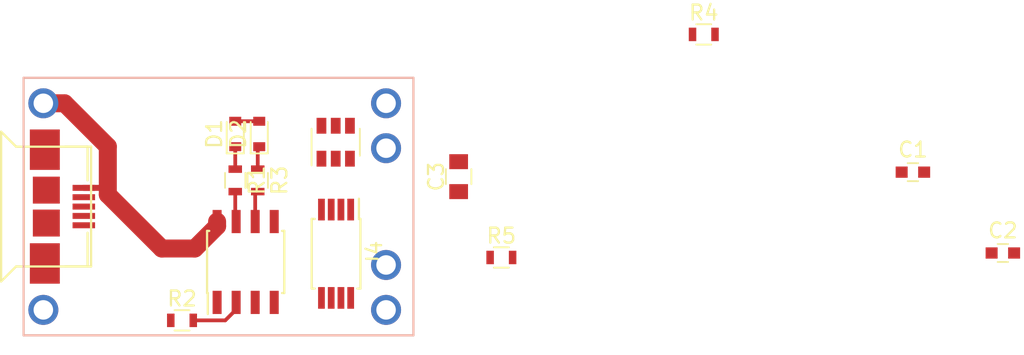
<source format=kicad_pcb>
(kicad_pcb (version 4) (host pcbnew 4.0.6)

  (general
    (links 37)
    (no_connects 37)
    (area 0 0 0 0)
    (thickness 1.6)
    (drawings 0)
    (tracks 20)
    (zones 0)
    (modules 15)
    (nets 15)
  )

  (page A4)
  (layers
    (0 F.Cu signal)
    (31 B.Cu signal)
    (32 B.Adhes user)
    (33 F.Adhes user)
    (34 B.Paste user)
    (35 F.Paste user)
    (36 B.SilkS user)
    (37 F.SilkS user)
    (38 B.Mask user)
    (39 F.Mask user)
    (40 Dwgs.User user)
    (41 Cmts.User user)
    (42 Eco1.User user)
    (43 Eco2.User user)
    (44 Edge.Cuts user)
    (45 Margin user)
    (46 B.CrtYd user)
    (47 F.CrtYd user)
    (48 B.Fab user)
    (49 F.Fab user)
  )

  (setup
    (last_trace_width 0.25)
    (user_trace_width 0.4)
    (user_trace_width 0.5)
    (user_trace_width 0.6)
    (user_trace_width 0.7)
    (user_trace_width 0.8)
    (user_trace_width 0.9)
    (user_trace_width 1)
    (user_trace_width 1.2)
    (trace_clearance 0.2)
    (zone_clearance 0.508)
    (zone_45_only no)
    (trace_min 0.2)
    (segment_width 0.2)
    (edge_width 0.15)
    (via_size 0.6)
    (via_drill 0.4)
    (via_min_size 0.4)
    (via_min_drill 0.3)
    (uvia_size 0.3)
    (uvia_drill 0.1)
    (uvias_allowed no)
    (uvia_min_size 0.2)
    (uvia_min_drill 0.1)
    (pcb_text_width 0.3)
    (pcb_text_size 1.5 1.5)
    (mod_edge_width 0.15)
    (mod_text_size 1 1)
    (mod_text_width 0.15)
    (pad_size 1.524 1.524)
    (pad_drill 0.762)
    (pad_to_mask_clearance 0.2)
    (aux_axis_origin 0 0)
    (visible_elements 7FFFFFFF)
    (pcbplotparams
      (layerselection 0x00030_80000001)
      (usegerberextensions false)
      (excludeedgelayer true)
      (linewidth 0.100000)
      (plotframeref false)
      (viasonmask false)
      (mode 1)
      (useauxorigin false)
      (hpglpennumber 1)
      (hpglpenspeed 20)
      (hpglpendiameter 15)
      (hpglpenoverlay 2)
      (psnegative false)
      (psa4output false)
      (plotreference true)
      (plotvalue true)
      (plotinvisibletext false)
      (padsonsilk false)
      (subtractmaskfromsilk false)
      (outputformat 1)
      (mirror false)
      (drillshape 1)
      (scaleselection 1)
      (outputdirectory ""))
  )

  (net 0 "")
  (net 1 +5V)
  (net 2 "Net-(C1-Pad2)")
  (net 3 VSS)
  (net 4 GND)
  (net 5 "Net-(C3-Pad1)")
  (net 6 BAT-)
  (net 7 "Net-(D1-Pad1)")
  (net 8 "Net-(D2-Pad1)")
  (net 9 "Net-(J2-Pad2)")
  (net 10 "Net-(J2-Pad6)")
  (net 11 "Net-(J2-Pad7)")
  (net 12 "Net-(J3-Pad1)")
  (net 13 "Net-(J3-Pad2)")
  (net 14 "Net-(J3-Pad3)")

  (net_class Default "This is the default net class."
    (clearance 0.2)
    (trace_width 0.25)
    (via_dia 0.6)
    (via_drill 0.4)
    (uvia_dia 0.3)
    (uvia_drill 0.1)
    (add_net +5V)
    (add_net BAT-)
    (add_net GND)
    (add_net "Net-(C1-Pad2)")
    (add_net "Net-(C3-Pad1)")
    (add_net "Net-(D1-Pad1)")
    (add_net "Net-(D2-Pad1)")
    (add_net "Net-(J2-Pad2)")
    (add_net "Net-(J2-Pad6)")
    (add_net "Net-(J2-Pad7)")
    (add_net "Net-(J3-Pad1)")
    (add_net "Net-(J3-Pad2)")
    (add_net "Net-(J3-Pad3)")
    (add_net VSS)
  )

  (module Capacitors_SMD:C_0805 (layer F.Cu) (tedit 58AA8463) (tstamp 59A217FC)
    (at 153.6 124 90)
    (descr "Capacitor SMD 0805, reflow soldering, AVX (see smccp.pdf)")
    (tags "capacitor 0805")
    (path /595C1381)
    (attr smd)
    (fp_text reference C3 (at 0 -1.5 90) (layer F.SilkS)
      (effects (font (size 1 1) (thickness 0.15)))
    )
    (fp_text value C (at 0 1.75 90) (layer F.Fab)
      (effects (font (size 1 1) (thickness 0.15)))
    )
    (fp_text user %R (at 0 -1.5 90) (layer F.Fab)
      (effects (font (size 1 1) (thickness 0.15)))
    )
    (fp_line (start -1 0.62) (end -1 -0.62) (layer F.Fab) (width 0.1))
    (fp_line (start 1 0.62) (end -1 0.62) (layer F.Fab) (width 0.1))
    (fp_line (start 1 -0.62) (end 1 0.62) (layer F.Fab) (width 0.1))
    (fp_line (start -1 -0.62) (end 1 -0.62) (layer F.Fab) (width 0.1))
    (fp_line (start 0.5 -0.85) (end -0.5 -0.85) (layer F.SilkS) (width 0.12))
    (fp_line (start -0.5 0.85) (end 0.5 0.85) (layer F.SilkS) (width 0.12))
    (fp_line (start -1.75 -0.88) (end 1.75 -0.88) (layer F.CrtYd) (width 0.05))
    (fp_line (start -1.75 -0.88) (end -1.75 0.87) (layer F.CrtYd) (width 0.05))
    (fp_line (start 1.75 0.87) (end 1.75 -0.88) (layer F.CrtYd) (width 0.05))
    (fp_line (start 1.75 0.87) (end -1.75 0.87) (layer F.CrtYd) (width 0.05))
    (pad 1 smd rect (at -1 0 90) (size 1 1.25) (layers F.Cu F.Paste F.Mask)
      (net 5 "Net-(C3-Pad1)"))
    (pad 2 smd rect (at 1 0 90) (size 1 1.25) (layers F.Cu F.Paste F.Mask)
      (net 6 BAT-))
    (model Capacitors_SMD.3dshapes/C_0805.wrl
      (at (xyz 0 0 0))
      (scale (xyz 1 1 1))
      (rotate (xyz 0 0 0))
    )
  )

  (module Housings_SOIC:SOIC-8_3.9x4.9mm_Pitch1.27mm (layer F.Cu) (tedit 59A31D96) (tstamp 59A21849)
    (at 139.395 129.7 90)
    (descr "8-Lead Plastic Small Outline (SN) - Narrow, 3.90 mm Body [SOIC] (see Microchip Packaging Specification 00000049BS.pdf)")
    (tags "SOIC 1.27")
    (path /595C1143)
    (attr smd)
    (fp_text reference J2 (at 0 -3.5 90) (layer F.SilkS) hide
      (effects (font (size 1 1) (thickness 0.15)))
    )
    (fp_text value CONN_02X04 (at 0 3.5 90) (layer F.Fab) hide
      (effects (font (size 1 1) (thickness 0.15)))
    )
    (fp_text user %R (at 0 0 90) (layer F.Fab) hide
      (effects (font (size 1 1) (thickness 0.15)))
    )
    (fp_line (start -0.95 -2.45) (end 1.95 -2.45) (layer F.Fab) (width 0.1))
    (fp_line (start 1.95 -2.45) (end 1.95 2.45) (layer F.Fab) (width 0.1))
    (fp_line (start 1.95 2.45) (end -1.95 2.45) (layer F.Fab) (width 0.1))
    (fp_line (start -1.95 2.45) (end -1.95 -1.45) (layer F.Fab) (width 0.1))
    (fp_line (start -1.95 -1.45) (end -0.95 -2.45) (layer F.Fab) (width 0.1))
    (fp_line (start -3.73 -2.7) (end -3.73 2.7) (layer F.CrtYd) (width 0.05))
    (fp_line (start 3.73 -2.7) (end 3.73 2.7) (layer F.CrtYd) (width 0.05))
    (fp_line (start -3.73 -2.7) (end 3.73 -2.7) (layer F.CrtYd) (width 0.05))
    (fp_line (start -3.73 2.7) (end 3.73 2.7) (layer F.CrtYd) (width 0.05))
    (fp_line (start -2.075 -2.575) (end -2.075 -2.525) (layer F.SilkS) (width 0.15))
    (fp_line (start 2.075 -2.575) (end 2.075 -2.43) (layer F.SilkS) (width 0.15))
    (fp_line (start 2.075 2.575) (end 2.075 2.43) (layer F.SilkS) (width 0.15))
    (fp_line (start -2.075 2.575) (end -2.075 2.43) (layer F.SilkS) (width 0.15))
    (fp_line (start -2.075 -2.575) (end 2.075 -2.575) (layer F.SilkS) (width 0.15))
    (fp_line (start -2.075 2.575) (end 2.075 2.575) (layer F.SilkS) (width 0.15))
    (fp_line (start -2.075 -2.525) (end -3.475 -2.525) (layer F.SilkS) (width 0.15))
    (pad 1 smd rect (at -2.7 -1.905 90) (size 1.55 0.6) (layers F.Cu F.Paste F.Mask)
      (net 2 "Net-(C1-Pad2)"))
    (pad 2 smd rect (at -2.7 -0.635 90) (size 1.55 0.6) (layers F.Cu F.Paste F.Mask)
      (net 9 "Net-(J2-Pad2)"))
    (pad 3 smd rect (at -2.7 0.635 90) (size 1.55 0.6) (layers F.Cu F.Paste F.Mask)
      (net 4 GND))
    (pad 4 smd rect (at -2.7 1.905 90) (size 1.55 0.6) (layers F.Cu F.Paste F.Mask)
      (net 1 +5V))
    (pad 5 smd rect (at 2.7 1.905 90) (size 1.55 0.6) (layers F.Cu F.Paste F.Mask)
      (net 3 VSS))
    (pad 6 smd rect (at 2.7 0.635 90) (size 1.55 0.6) (layers F.Cu F.Paste F.Mask)
      (net 10 "Net-(J2-Pad6)"))
    (pad 7 smd rect (at 2.7 -0.635 90) (size 1.55 0.6) (layers F.Cu F.Paste F.Mask)
      (net 11 "Net-(J2-Pad7)"))
    (pad 8 smd rect (at 2.7 -1.905 90) (size 1.55 0.6) (layers F.Cu F.Paste F.Mask)
      (net 1 +5V))
    (model ${KISYS3DMOD}/Housings_SOIC.3dshapes/SOIC-8_3.9x4.9mm_Pitch1.27mm.wrl
      (at (xyz 0 0 0))
      (scale (xyz 1 1 1))
      (rotate (xyz 0 0 0))
    )
  )

  (module TO_SOT_Packages_SMD:SOT-23-6 (layer F.Cu) (tedit 59A31DD8) (tstamp 59A2185F)
    (at 145.4 121.7 90)
    (descr "6-pin SOT-23 package")
    (tags SOT-23-6)
    (path /595C1252)
    (attr smd)
    (fp_text reference J3 (at 0 -2.9 90) (layer F.SilkS) hide
      (effects (font (size 1 1) (thickness 0.15)))
    )
    (fp_text value DW01 (at 0 2.9 90) (layer F.Fab)
      (effects (font (size 1 1) (thickness 0.15)))
    )
    (fp_text user %R (at 0 0 180) (layer F.Fab) hide
      (effects (font (size 0.5 0.5) (thickness 0.075)))
    )
    (fp_line (start -0.9 1.61) (end 0.9 1.61) (layer F.SilkS) (width 0.12))
    (fp_line (start 0.9 -1.61) (end -1.55 -1.61) (layer F.SilkS) (width 0.12))
    (fp_line (start 1.9 -1.8) (end -1.9 -1.8) (layer F.CrtYd) (width 0.05))
    (fp_line (start 1.9 1.8) (end 1.9 -1.8) (layer F.CrtYd) (width 0.05))
    (fp_line (start -1.9 1.8) (end 1.9 1.8) (layer F.CrtYd) (width 0.05))
    (fp_line (start -1.9 -1.8) (end -1.9 1.8) (layer F.CrtYd) (width 0.05))
    (fp_line (start -0.9 -0.9) (end -0.25 -1.55) (layer F.Fab) (width 0.1))
    (fp_line (start 0.9 -1.55) (end -0.25 -1.55) (layer F.Fab) (width 0.1))
    (fp_line (start -0.9 -0.9) (end -0.9 1.55) (layer F.Fab) (width 0.1))
    (fp_line (start 0.9 1.55) (end -0.9 1.55) (layer F.Fab) (width 0.1))
    (fp_line (start 0.9 -1.55) (end 0.9 1.55) (layer F.Fab) (width 0.1))
    (pad 1 smd rect (at -1.1 -0.95 90) (size 1.06 0.65) (layers F.Cu F.Paste F.Mask)
      (net 12 "Net-(J3-Pad1)"))
    (pad 2 smd rect (at -1.1 0 90) (size 1.06 0.65) (layers F.Cu F.Paste F.Mask)
      (net 13 "Net-(J3-Pad2)"))
    (pad 3 smd rect (at -1.1 0.95 90) (size 1.06 0.65) (layers F.Cu F.Paste F.Mask)
      (net 14 "Net-(J3-Pad3)"))
    (pad 4 smd rect (at 1.1 0.95 90) (size 1.06 0.65) (layers F.Cu F.Paste F.Mask))
    (pad 6 smd rect (at 1.1 -0.95 90) (size 1.06 0.65) (layers F.Cu F.Paste F.Mask)
      (net 6 BAT-))
    (pad 5 smd rect (at 1.1 0 90) (size 1.06 0.65) (layers F.Cu F.Paste F.Mask)
      (net 5 "Net-(C3-Pad1)"))
    (model ${KISYS3DMOD}/TO_SOT_Packages_SMD.3dshapes/SOT-23-6.wrl
      (at (xyz 0 0 0))
      (scale (xyz 1 1 1))
      (rotate (xyz 0 0 0))
    )
  )

  (module Housings_SSOP:TSSOP-8_4.4x3mm_Pitch0.65mm (layer F.Cu) (tedit 59A31DDB) (tstamp 59A2187C)
    (at 145.425 129.15 270)
    (descr "8-Lead Plastic Thin Shrink Small Outline (ST)-4.4 mm Body [TSSOP] (see Microchip Packaging Specification 00000049BS.pdf)")
    (tags "SSOP 0.65")
    (path /595C12AB)
    (attr smd)
    (fp_text reference J4 (at 0 -2.55 270) (layer F.SilkS)
      (effects (font (size 1 1) (thickness 0.15)))
    )
    (fp_text value 8205A (at 0 2.55 270) (layer F.Fab) hide
      (effects (font (size 1 1) (thickness 0.15)))
    )
    (fp_line (start -1.2 -1.5) (end 2.2 -1.5) (layer F.Fab) (width 0.15))
    (fp_line (start 2.2 -1.5) (end 2.2 1.5) (layer F.Fab) (width 0.15))
    (fp_line (start 2.2 1.5) (end -2.2 1.5) (layer F.Fab) (width 0.15))
    (fp_line (start -2.2 1.5) (end -2.2 -0.5) (layer F.Fab) (width 0.15))
    (fp_line (start -2.2 -0.5) (end -1.2 -1.5) (layer F.Fab) (width 0.15))
    (fp_line (start -3.95 -1.8) (end -3.95 1.8) (layer F.CrtYd) (width 0.05))
    (fp_line (start 3.95 -1.8) (end 3.95 1.8) (layer F.CrtYd) (width 0.05))
    (fp_line (start -3.95 -1.8) (end 3.95 -1.8) (layer F.CrtYd) (width 0.05))
    (fp_line (start -3.95 1.8) (end 3.95 1.8) (layer F.CrtYd) (width 0.05))
    (fp_line (start -2.325 -1.625) (end -2.325 -1.525) (layer F.SilkS) (width 0.15))
    (fp_line (start 2.325 -1.625) (end 2.325 -1.425) (layer F.SilkS) (width 0.15))
    (fp_line (start 2.325 1.625) (end 2.325 1.425) (layer F.SilkS) (width 0.15))
    (fp_line (start -2.325 1.625) (end -2.325 1.425) (layer F.SilkS) (width 0.15))
    (fp_line (start -2.325 -1.625) (end 2.325 -1.625) (layer F.SilkS) (width 0.15))
    (fp_line (start -2.325 1.625) (end 2.325 1.625) (layer F.SilkS) (width 0.15))
    (fp_line (start -2.325 -1.525) (end -3.675 -1.525) (layer F.SilkS) (width 0.15))
    (fp_text user %R (at 0 0 270) (layer F.Fab) hide
      (effects (font (size 0.7 0.7) (thickness 0.15)))
    )
    (pad 1 smd rect (at -2.95 -0.975 270) (size 1.45 0.45) (layers F.Cu F.Paste F.Mask))
    (pad 2 smd rect (at -2.95 -0.325 270) (size 1.45 0.45) (layers F.Cu F.Paste F.Mask)
      (net 6 BAT-))
    (pad 3 smd rect (at -2.95 0.325 270) (size 1.45 0.45) (layers F.Cu F.Paste F.Mask)
      (net 6 BAT-))
    (pad 4 smd rect (at -2.95 0.975 270) (size 1.45 0.45) (layers F.Cu F.Paste F.Mask)
      (net 12 "Net-(J3-Pad1)"))
    (pad 5 smd rect (at 2.95 0.975 270) (size 1.45 0.45) (layers F.Cu F.Paste F.Mask)
      (net 14 "Net-(J3-Pad3)"))
    (pad 6 smd rect (at 2.95 0.325 270) (size 1.45 0.45) (layers F.Cu F.Paste F.Mask)
      (net 4 GND))
    (pad 7 smd rect (at 2.95 -0.325 270) (size 1.45 0.45) (layers F.Cu F.Paste F.Mask)
      (net 4 GND))
    (pad 8 smd rect (at 2.95 -0.975 270) (size 1.45 0.45) (layers F.Cu F.Paste F.Mask))
    (model ${KISYS3DMOD}/Housings_SSOP.3dshapes/TSSOP-8_4.4x3mm_Pitch0.65mm.wrl
      (at (xyz 0 0 0))
      (scale (xyz 1 1 1))
      (rotate (xyz 0 0 0))
    )
  )

  (module footprints:MICROUSB_SIMPLE (layer F.Cu) (tedit 59A31DC9) (tstamp 59A31DB7)
    (at 128.6 126 90)
    (path /595C1203)
    (fp_text reference J1 (at -2.75 2 90) (layer F.SilkS) hide
      (effects (font (size 1 1) (thickness 0.15)))
    )
    (fp_text value USB_OTG (at -0.75 -5 90) (layer F.Fab) hide
      (effects (font (size 1 1) (thickness 0.15)))
    )
    (fp_line (start -4 -4) (end 4 -4) (layer F.SilkS) (width 0.15))
    (fp_line (start 4 0.25) (end 4 -1.25) (layer F.SilkS) (width 0.15))
    (fp_line (start 1.75 0.25) (end 4 0.25) (layer F.SilkS) (width 0.15))
    (fp_line (start -4 -1.25) (end -4 0.25) (layer F.SilkS) (width 0.15))
    (fp_line (start -1.75 0.25) (end -4 0.25) (layer F.SilkS) (width 0.15))
    (pad 1 smd rect (at 1.25 0 90) (size 0.4 1.5) (layers F.Cu F.Paste F.Mask)
      (net 1 +5V))
    (pad 2 smd rect (at 0.625 0 90) (size 0.4 1.5) (layers F.Cu F.Paste F.Mask))
    (pad 3 smd rect (at 0 0 90) (size 0.4 1.5) (layers F.Cu F.Paste F.Mask))
    (pad 4 smd rect (at -0.625 0 90) (size 0.4 1.5) (layers F.Cu F.Paste F.Mask))
    (pad 5 smd rect (at -1.25 0 90) (size 0.4 1.5) (layers F.Cu F.Paste F.Mask)
      (net 4 GND))
    (pad 6 smd rect (at -1.1 -2.5 90) (size 1.8 1.8) (layers F.Cu F.Paste F.Mask)
      (net 4 GND))
    (pad 6 smd rect (at 1.1 -2.5 90) (size 1.8 1.8) (layers F.Cu F.Paste F.Mask)
      (net 4 GND))
    (pad 6 smd rect (at 3.8 -2.6 90) (size 2.7 2) (layers F.Cu F.Paste F.Mask)
      (net 4 GND))
    (pad 6 smd rect (at -3.8 -2.6 90) (size 2.7 2) (layers F.Cu F.Paste F.Mask)
      (net 4 GND))
    (pad "" np_thru_hole circle (at 2 -0.6 90) (size 0.6 0.6) (drill 0.6) (layers *.Cu *.Mask))
    (pad "" np_thru_hole circle (at -2 -0.6 90) (size 0.6 0.6) (drill 0.6) (layers *.Cu *.Mask))
  )

  (module tp4056_usb_board:TP4056_BREAKOUT (layer F.Cu) (tedit 59A31DCE) (tstamp 59A31DC1)
    (at 137.584 126)
    (path /595C2C43)
    (fp_text reference U1 (at -11.176 9.652) (layer F.SilkS) hide
      (effects (font (size 1 1) (thickness 0.15)))
    )
    (fp_text value TP4056_BREAKOUT (at -6.604 -9.652) (layer F.Fab) hide
      (effects (font (size 1 1) (thickness 0.15)))
    )
    (fp_line (start -13.5 -4) (end -13 -4) (layer F.SilkS) (width 0.15))
    (fp_line (start -14.5 -5) (end -13.5 -4) (layer F.SilkS) (width 0.15))
    (fp_line (start -14.5 5) (end -14.5 -5) (layer F.SilkS) (width 0.15))
    (fp_line (start -13.5 4) (end -14.5 5) (layer F.SilkS) (width 0.15))
    (fp_line (start -13 4) (end -13.5 4) (layer F.SilkS) (width 0.15))
    (fp_line (start -8.5 4) (end -13 4) (layer F.SilkS) (width 0.15))
    (fp_line (start -8.5 -4) (end -8.5 4) (layer F.SilkS) (width 0.15))
    (fp_line (start -13 -4) (end -8.5 -4) (layer F.SilkS) (width 0.15))
    (fp_line (start -13 -8.6) (end 13 -8.6) (layer B.SilkS) (width 0.15))
    (fp_line (start -13 8.6) (end -13 -8.6) (layer B.SilkS) (width 0.15))
    (fp_line (start 13 8.6) (end -13 8.6) (layer B.SilkS) (width 0.15))
    (fp_line (start 13 -8.6) (end 13 8.6) (layer B.SilkS) (width 0.15))
    (pad 1 thru_hole oval (at -11.684 -6.9) (size 2 2) (drill 1.3) (layers *.Cu *.Mask)
      (net 1 +5V))
    (pad 2 thru_hole oval (at -11.684 6.9) (size 2 2) (drill 1.3) (layers *.Cu *.Mask)
      (net 4 GND))
    (pad 3 thru_hole oval (at 11.176 -6.9) (size 2 2) (drill 1.3) (layers *.Cu *.Mask)
      (net 3 VSS))
    (pad 4 thru_hole oval (at 11.176 -3.9) (size 2 2) (drill 1.3) (layers *.Cu *.Mask)
      (net 3 VSS))
    (pad 5 thru_hole oval (at 11.176 3.9) (size 2 2) (drill 1.3) (layers *.Cu *.Mask)
      (net 6 BAT-))
    (pad 6 thru_hole oval (at 11.176 6.9) (size 2 2) (drill 1.3) (layers *.Cu *.Mask)
      (net 4 GND))
  )

  (module Capacitors_SMD:C_0603 (layer F.Cu) (tedit 59958EE7) (tstamp 59A320BE)
    (at 183.9 123.7)
    (descr "Capacitor SMD 0603, reflow soldering, AVX (see smccp.pdf)")
    (tags "capacitor 0603")
    (path /595C1981)
    (attr smd)
    (fp_text reference C1 (at 0 -1.5) (layer F.SilkS)
      (effects (font (size 1 1) (thickness 0.15)))
    )
    (fp_text value C (at 0 1.5) (layer F.Fab)
      (effects (font (size 1 1) (thickness 0.15)))
    )
    (fp_line (start 1.4 0.65) (end -1.4 0.65) (layer F.CrtYd) (width 0.05))
    (fp_line (start 1.4 0.65) (end 1.4 -0.65) (layer F.CrtYd) (width 0.05))
    (fp_line (start -1.4 -0.65) (end -1.4 0.65) (layer F.CrtYd) (width 0.05))
    (fp_line (start -1.4 -0.65) (end 1.4 -0.65) (layer F.CrtYd) (width 0.05))
    (fp_line (start 0.35 0.6) (end -0.35 0.6) (layer F.SilkS) (width 0.12))
    (fp_line (start -0.35 -0.6) (end 0.35 -0.6) (layer F.SilkS) (width 0.12))
    (fp_line (start -0.8 -0.4) (end 0.8 -0.4) (layer F.Fab) (width 0.1))
    (fp_line (start 0.8 -0.4) (end 0.8 0.4) (layer F.Fab) (width 0.1))
    (fp_line (start 0.8 0.4) (end -0.8 0.4) (layer F.Fab) (width 0.1))
    (fp_line (start -0.8 0.4) (end -0.8 -0.4) (layer F.Fab) (width 0.1))
    (fp_text user %R (at 0 0) (layer F.Fab)
      (effects (font (size 0.3 0.3) (thickness 0.075)))
    )
    (pad 2 smd rect (at 0.75 0) (size 0.8 0.75) (layers F.Cu F.Paste F.Mask)
      (net 2 "Net-(C1-Pad2)"))
    (pad 1 smd rect (at -0.75 0) (size 0.8 0.75) (layers F.Cu F.Paste F.Mask)
      (net 1 +5V))
    (model Capacitors_SMD.3dshapes/C_0603.wrl
      (at (xyz 0 0 0))
      (scale (xyz 1 1 1))
      (rotate (xyz 0 0 0))
    )
  )

  (module Capacitors_SMD:C_0603 (layer F.Cu) (tedit 59958EE7) (tstamp 59A320C3)
    (at 189.9 129.1)
    (descr "Capacitor SMD 0603, reflow soldering, AVX (see smccp.pdf)")
    (tags "capacitor 0603")
    (path /595C11CE)
    (attr smd)
    (fp_text reference C2 (at 0 -1.5) (layer F.SilkS)
      (effects (font (size 1 1) (thickness 0.15)))
    )
    (fp_text value C (at 0 1.5) (layer F.Fab)
      (effects (font (size 1 1) (thickness 0.15)))
    )
    (fp_line (start 1.4 0.65) (end -1.4 0.65) (layer F.CrtYd) (width 0.05))
    (fp_line (start 1.4 0.65) (end 1.4 -0.65) (layer F.CrtYd) (width 0.05))
    (fp_line (start -1.4 -0.65) (end -1.4 0.65) (layer F.CrtYd) (width 0.05))
    (fp_line (start -1.4 -0.65) (end 1.4 -0.65) (layer F.CrtYd) (width 0.05))
    (fp_line (start 0.35 0.6) (end -0.35 0.6) (layer F.SilkS) (width 0.12))
    (fp_line (start -0.35 -0.6) (end 0.35 -0.6) (layer F.SilkS) (width 0.12))
    (fp_line (start -0.8 -0.4) (end 0.8 -0.4) (layer F.Fab) (width 0.1))
    (fp_line (start 0.8 -0.4) (end 0.8 0.4) (layer F.Fab) (width 0.1))
    (fp_line (start 0.8 0.4) (end -0.8 0.4) (layer F.Fab) (width 0.1))
    (fp_line (start -0.8 0.4) (end -0.8 -0.4) (layer F.Fab) (width 0.1))
    (fp_text user %R (at 0 0) (layer F.Fab)
      (effects (font (size 0.3 0.3) (thickness 0.075)))
    )
    (pad 2 smd rect (at 0.75 0) (size 0.8 0.75) (layers F.Cu F.Paste F.Mask)
      (net 4 GND))
    (pad 1 smd rect (at -0.75 0) (size 0.8 0.75) (layers F.Cu F.Paste F.Mask)
      (net 3 VSS))
    (model Capacitors_SMD.3dshapes/C_0603.wrl
      (at (xyz 0 0 0))
      (scale (xyz 1 1 1))
      (rotate (xyz 0 0 0))
    )
  )

  (module Diodes_SMD:D_0603 (layer F.Cu) (tedit 590CE922) (tstamp 59A320C8)
    (at 138.7 121.15 90)
    (descr "Diode SMD in 0603 package http://datasheets.avx.com/schottky.pdf")
    (tags "smd diode")
    (path /595C14A9)
    (attr smd)
    (fp_text reference D1 (at 0 -1.4 90) (layer F.SilkS)
      (effects (font (size 1 1) (thickness 0.15)))
    )
    (fp_text value LED (at 0 1.4 90) (layer F.Fab)
      (effects (font (size 1 1) (thickness 0.15)))
    )
    (fp_text user %R (at 0 -1.4 90) (layer F.Fab)
      (effects (font (size 1 1) (thickness 0.15)))
    )
    (fp_line (start -1.3 -0.57) (end -1.3 0.57) (layer F.SilkS) (width 0.12))
    (fp_line (start 1.4 0.67) (end 1.4 -0.67) (layer F.CrtYd) (width 0.05))
    (fp_line (start -1.4 0.67) (end 1.4 0.67) (layer F.CrtYd) (width 0.05))
    (fp_line (start -1.4 -0.67) (end -1.4 0.67) (layer F.CrtYd) (width 0.05))
    (fp_line (start 1.4 -0.67) (end -1.4 -0.67) (layer F.CrtYd) (width 0.05))
    (fp_line (start 0.2 0) (end 0.4 0) (layer F.Fab) (width 0.1))
    (fp_line (start -0.1 0) (end -0.3 0) (layer F.Fab) (width 0.1))
    (fp_line (start -0.1 -0.2) (end -0.1 0.2) (layer F.Fab) (width 0.1))
    (fp_line (start 0.2 0.2) (end 0.2 -0.2) (layer F.Fab) (width 0.1))
    (fp_line (start -0.1 0) (end 0.2 0.2) (layer F.Fab) (width 0.1))
    (fp_line (start 0.2 -0.2) (end -0.1 0) (layer F.Fab) (width 0.1))
    (fp_line (start -0.8 0.45) (end -0.8 -0.45) (layer F.Fab) (width 0.1))
    (fp_line (start 0.8 0.45) (end -0.8 0.45) (layer F.Fab) (width 0.1))
    (fp_line (start 0.8 -0.45) (end 0.8 0.45) (layer F.Fab) (width 0.1))
    (fp_line (start -0.8 -0.45) (end 0.8 -0.45) (layer F.Fab) (width 0.1))
    (fp_line (start -1.3 0.57) (end 0.8 0.57) (layer F.SilkS) (width 0.12))
    (fp_line (start -1.3 -0.57) (end 0.8 -0.57) (layer F.SilkS) (width 0.12))
    (pad 1 smd rect (at -0.85 0 90) (size 0.6 0.8) (layers F.Cu F.Paste F.Mask)
      (net 7 "Net-(D1-Pad1)"))
    (pad 2 smd rect (at 0.85 0 90) (size 0.6 0.8) (layers F.Cu F.Paste F.Mask)
      (net 1 +5V))
    (model ${KISYS3DMOD}/Diodes_SMD.3dshapes/D_0603.wrl
      (at (xyz 0 0 0))
      (scale (xyz 1 1 1))
      (rotate (xyz 0 0 0))
    )
  )

  (module Diodes_SMD:D_0603 (layer F.Cu) (tedit 590CE922) (tstamp 59A320CD)
    (at 140.3 121.15 90)
    (descr "Diode SMD in 0603 package http://datasheets.avx.com/schottky.pdf")
    (tags "smd diode")
    (path /595C13F7)
    (attr smd)
    (fp_text reference D2 (at 0 -1.4 90) (layer F.SilkS)
      (effects (font (size 1 1) (thickness 0.15)))
    )
    (fp_text value LED (at 0 1.4 90) (layer F.Fab)
      (effects (font (size 1 1) (thickness 0.15)))
    )
    (fp_text user %R (at 0 -1.4 90) (layer F.Fab)
      (effects (font (size 1 1) (thickness 0.15)))
    )
    (fp_line (start -1.3 -0.57) (end -1.3 0.57) (layer F.SilkS) (width 0.12))
    (fp_line (start 1.4 0.67) (end 1.4 -0.67) (layer F.CrtYd) (width 0.05))
    (fp_line (start -1.4 0.67) (end 1.4 0.67) (layer F.CrtYd) (width 0.05))
    (fp_line (start -1.4 -0.67) (end -1.4 0.67) (layer F.CrtYd) (width 0.05))
    (fp_line (start 1.4 -0.67) (end -1.4 -0.67) (layer F.CrtYd) (width 0.05))
    (fp_line (start 0.2 0) (end 0.4 0) (layer F.Fab) (width 0.1))
    (fp_line (start -0.1 0) (end -0.3 0) (layer F.Fab) (width 0.1))
    (fp_line (start -0.1 -0.2) (end -0.1 0.2) (layer F.Fab) (width 0.1))
    (fp_line (start 0.2 0.2) (end 0.2 -0.2) (layer F.Fab) (width 0.1))
    (fp_line (start -0.1 0) (end 0.2 0.2) (layer F.Fab) (width 0.1))
    (fp_line (start 0.2 -0.2) (end -0.1 0) (layer F.Fab) (width 0.1))
    (fp_line (start -0.8 0.45) (end -0.8 -0.45) (layer F.Fab) (width 0.1))
    (fp_line (start 0.8 0.45) (end -0.8 0.45) (layer F.Fab) (width 0.1))
    (fp_line (start 0.8 -0.45) (end 0.8 0.45) (layer F.Fab) (width 0.1))
    (fp_line (start -0.8 -0.45) (end 0.8 -0.45) (layer F.Fab) (width 0.1))
    (fp_line (start -1.3 0.57) (end 0.8 0.57) (layer F.SilkS) (width 0.12))
    (fp_line (start -1.3 -0.57) (end 0.8 -0.57) (layer F.SilkS) (width 0.12))
    (pad 1 smd rect (at -0.85 0 90) (size 0.6 0.8) (layers F.Cu F.Paste F.Mask)
      (net 8 "Net-(D2-Pad1)"))
    (pad 2 smd rect (at 0.85 0 90) (size 0.6 0.8) (layers F.Cu F.Paste F.Mask)
      (net 1 +5V))
    (model ${KISYS3DMOD}/Diodes_SMD.3dshapes/D_0603.wrl
      (at (xyz 0 0 0))
      (scale (xyz 1 1 1))
      (rotate (xyz 0 0 0))
    )
  )

  (module Resistors_SMD:R_0603 (layer F.Cu) (tedit 58E0A804) (tstamp 59A320D2)
    (at 138.7 124.25 270)
    (descr "Resistor SMD 0603, reflow soldering, Vishay (see dcrcw.pdf)")
    (tags "resistor 0603")
    (path /595C14ED)
    (attr smd)
    (fp_text reference R1 (at 0 -1.45 270) (layer F.SilkS)
      (effects (font (size 1 1) (thickness 0.15)))
    )
    (fp_text value R (at 0 1.5 270) (layer F.Fab)
      (effects (font (size 1 1) (thickness 0.15)))
    )
    (fp_text user %R (at 0 0 270) (layer F.Fab)
      (effects (font (size 0.4 0.4) (thickness 0.075)))
    )
    (fp_line (start -0.8 0.4) (end -0.8 -0.4) (layer F.Fab) (width 0.1))
    (fp_line (start 0.8 0.4) (end -0.8 0.4) (layer F.Fab) (width 0.1))
    (fp_line (start 0.8 -0.4) (end 0.8 0.4) (layer F.Fab) (width 0.1))
    (fp_line (start -0.8 -0.4) (end 0.8 -0.4) (layer F.Fab) (width 0.1))
    (fp_line (start 0.5 0.68) (end -0.5 0.68) (layer F.SilkS) (width 0.12))
    (fp_line (start -0.5 -0.68) (end 0.5 -0.68) (layer F.SilkS) (width 0.12))
    (fp_line (start -1.25 -0.7) (end 1.25 -0.7) (layer F.CrtYd) (width 0.05))
    (fp_line (start -1.25 -0.7) (end -1.25 0.7) (layer F.CrtYd) (width 0.05))
    (fp_line (start 1.25 0.7) (end 1.25 -0.7) (layer F.CrtYd) (width 0.05))
    (fp_line (start 1.25 0.7) (end -1.25 0.7) (layer F.CrtYd) (width 0.05))
    (pad 1 smd rect (at -0.75 0 270) (size 0.5 0.9) (layers F.Cu F.Paste F.Mask)
      (net 7 "Net-(D1-Pad1)"))
    (pad 2 smd rect (at 0.75 0 270) (size 0.5 0.9) (layers F.Cu F.Paste F.Mask)
      (net 11 "Net-(J2-Pad7)"))
    (model ${KISYS3DMOD}/Resistors_SMD.3dshapes/R_0603.wrl
      (at (xyz 0 0 0))
      (scale (xyz 1 1 1))
      (rotate (xyz 0 0 0))
    )
  )

  (module Resistors_SMD:R_0603 (layer F.Cu) (tedit 58E0A804) (tstamp 59A320D7)
    (at 135.15 133.6)
    (descr "Resistor SMD 0603, reflow soldering, Vishay (see dcrcw.pdf)")
    (tags "resistor 0603")
    (path /595C19ED)
    (attr smd)
    (fp_text reference R2 (at 0 -1.45) (layer F.SilkS)
      (effects (font (size 1 1) (thickness 0.15)))
    )
    (fp_text value R (at 0 1.5) (layer F.Fab)
      (effects (font (size 1 1) (thickness 0.15)))
    )
    (fp_text user %R (at 0 0) (layer F.Fab)
      (effects (font (size 0.4 0.4) (thickness 0.075)))
    )
    (fp_line (start -0.8 0.4) (end -0.8 -0.4) (layer F.Fab) (width 0.1))
    (fp_line (start 0.8 0.4) (end -0.8 0.4) (layer F.Fab) (width 0.1))
    (fp_line (start 0.8 -0.4) (end 0.8 0.4) (layer F.Fab) (width 0.1))
    (fp_line (start -0.8 -0.4) (end 0.8 -0.4) (layer F.Fab) (width 0.1))
    (fp_line (start 0.5 0.68) (end -0.5 0.68) (layer F.SilkS) (width 0.12))
    (fp_line (start -0.5 -0.68) (end 0.5 -0.68) (layer F.SilkS) (width 0.12))
    (fp_line (start -1.25 -0.7) (end 1.25 -0.7) (layer F.CrtYd) (width 0.05))
    (fp_line (start -1.25 -0.7) (end -1.25 0.7) (layer F.CrtYd) (width 0.05))
    (fp_line (start 1.25 0.7) (end 1.25 -0.7) (layer F.CrtYd) (width 0.05))
    (fp_line (start 1.25 0.7) (end -1.25 0.7) (layer F.CrtYd) (width 0.05))
    (pad 1 smd rect (at -0.75 0) (size 0.5 0.9) (layers F.Cu F.Paste F.Mask)
      (net 4 GND))
    (pad 2 smd rect (at 0.75 0) (size 0.5 0.9) (layers F.Cu F.Paste F.Mask)
      (net 9 "Net-(J2-Pad2)"))
    (model ${KISYS3DMOD}/Resistors_SMD.3dshapes/R_0603.wrl
      (at (xyz 0 0 0))
      (scale (xyz 1 1 1))
      (rotate (xyz 0 0 0))
    )
  )

  (module Resistors_SMD:R_0603 (layer F.Cu) (tedit 58E0A804) (tstamp 59A320DC)
    (at 140.2 124.25 270)
    (descr "Resistor SMD 0603, reflow soldering, Vishay (see dcrcw.pdf)")
    (tags "resistor 0603")
    (path /595C1456)
    (attr smd)
    (fp_text reference R3 (at 0 -1.45 270) (layer F.SilkS)
      (effects (font (size 1 1) (thickness 0.15)))
    )
    (fp_text value R (at 0 1.5 270) (layer F.Fab)
      (effects (font (size 1 1) (thickness 0.15)))
    )
    (fp_text user %R (at 0 0 270) (layer F.Fab)
      (effects (font (size 0.4 0.4) (thickness 0.075)))
    )
    (fp_line (start -0.8 0.4) (end -0.8 -0.4) (layer F.Fab) (width 0.1))
    (fp_line (start 0.8 0.4) (end -0.8 0.4) (layer F.Fab) (width 0.1))
    (fp_line (start 0.8 -0.4) (end 0.8 0.4) (layer F.Fab) (width 0.1))
    (fp_line (start -0.8 -0.4) (end 0.8 -0.4) (layer F.Fab) (width 0.1))
    (fp_line (start 0.5 0.68) (end -0.5 0.68) (layer F.SilkS) (width 0.12))
    (fp_line (start -0.5 -0.68) (end 0.5 -0.68) (layer F.SilkS) (width 0.12))
    (fp_line (start -1.25 -0.7) (end 1.25 -0.7) (layer F.CrtYd) (width 0.05))
    (fp_line (start -1.25 -0.7) (end -1.25 0.7) (layer F.CrtYd) (width 0.05))
    (fp_line (start 1.25 0.7) (end 1.25 -0.7) (layer F.CrtYd) (width 0.05))
    (fp_line (start 1.25 0.7) (end -1.25 0.7) (layer F.CrtYd) (width 0.05))
    (pad 1 smd rect (at -0.75 0 270) (size 0.5 0.9) (layers F.Cu F.Paste F.Mask)
      (net 8 "Net-(D2-Pad1)"))
    (pad 2 smd rect (at 0.75 0 270) (size 0.5 0.9) (layers F.Cu F.Paste F.Mask)
      (net 10 "Net-(J2-Pad6)"))
    (model ${KISYS3DMOD}/Resistors_SMD.3dshapes/R_0603.wrl
      (at (xyz 0 0 0))
      (scale (xyz 1 1 1))
      (rotate (xyz 0 0 0))
    )
  )

  (module Resistors_SMD:R_0603 (layer F.Cu) (tedit 58E0A804) (tstamp 59A320E1)
    (at 169.95 114.5)
    (descr "Resistor SMD 0603, reflow soldering, Vishay (see dcrcw.pdf)")
    (tags "resistor 0603")
    (path /595C1347)
    (attr smd)
    (fp_text reference R4 (at 0 -1.45) (layer F.SilkS)
      (effects (font (size 1 1) (thickness 0.15)))
    )
    (fp_text value R (at 0 1.5) (layer F.Fab)
      (effects (font (size 1 1) (thickness 0.15)))
    )
    (fp_text user %R (at 0 0) (layer F.Fab)
      (effects (font (size 0.4 0.4) (thickness 0.075)))
    )
    (fp_line (start -0.8 0.4) (end -0.8 -0.4) (layer F.Fab) (width 0.1))
    (fp_line (start 0.8 0.4) (end -0.8 0.4) (layer F.Fab) (width 0.1))
    (fp_line (start 0.8 -0.4) (end 0.8 0.4) (layer F.Fab) (width 0.1))
    (fp_line (start -0.8 -0.4) (end 0.8 -0.4) (layer F.Fab) (width 0.1))
    (fp_line (start 0.5 0.68) (end -0.5 0.68) (layer F.SilkS) (width 0.12))
    (fp_line (start -0.5 -0.68) (end 0.5 -0.68) (layer F.SilkS) (width 0.12))
    (fp_line (start -1.25 -0.7) (end 1.25 -0.7) (layer F.CrtYd) (width 0.05))
    (fp_line (start -1.25 -0.7) (end -1.25 0.7) (layer F.CrtYd) (width 0.05))
    (fp_line (start 1.25 0.7) (end 1.25 -0.7) (layer F.CrtYd) (width 0.05))
    (fp_line (start 1.25 0.7) (end -1.25 0.7) (layer F.CrtYd) (width 0.05))
    (pad 1 smd rect (at -0.75 0) (size 0.5 0.9) (layers F.Cu F.Paste F.Mask)
      (net 3 VSS))
    (pad 2 smd rect (at 0.75 0) (size 0.5 0.9) (layers F.Cu F.Paste F.Mask)
      (net 5 "Net-(C3-Pad1)"))
    (model ${KISYS3DMOD}/Resistors_SMD.3dshapes/R_0603.wrl
      (at (xyz 0 0 0))
      (scale (xyz 1 1 1))
      (rotate (xyz 0 0 0))
    )
  )

  (module Resistors_SMD:R_0603 (layer F.Cu) (tedit 58E0A804) (tstamp 59A320E6)
    (at 156.45 129.4)
    (descr "Resistor SMD 0603, reflow soldering, Vishay (see dcrcw.pdf)")
    (tags "resistor 0603")
    (path /595C12FA)
    (attr smd)
    (fp_text reference R5 (at 0 -1.45) (layer F.SilkS)
      (effects (font (size 1 1) (thickness 0.15)))
    )
    (fp_text value R (at 0 1.5) (layer F.Fab)
      (effects (font (size 1 1) (thickness 0.15)))
    )
    (fp_text user %R (at 0 0) (layer F.Fab)
      (effects (font (size 0.4 0.4) (thickness 0.075)))
    )
    (fp_line (start -0.8 0.4) (end -0.8 -0.4) (layer F.Fab) (width 0.1))
    (fp_line (start 0.8 0.4) (end -0.8 0.4) (layer F.Fab) (width 0.1))
    (fp_line (start 0.8 -0.4) (end 0.8 0.4) (layer F.Fab) (width 0.1))
    (fp_line (start -0.8 -0.4) (end 0.8 -0.4) (layer F.Fab) (width 0.1))
    (fp_line (start 0.5 0.68) (end -0.5 0.68) (layer F.SilkS) (width 0.12))
    (fp_line (start -0.5 -0.68) (end 0.5 -0.68) (layer F.SilkS) (width 0.12))
    (fp_line (start -1.25 -0.7) (end 1.25 -0.7) (layer F.CrtYd) (width 0.05))
    (fp_line (start -1.25 -0.7) (end -1.25 0.7) (layer F.CrtYd) (width 0.05))
    (fp_line (start 1.25 0.7) (end 1.25 -0.7) (layer F.CrtYd) (width 0.05))
    (fp_line (start 1.25 0.7) (end -1.25 0.7) (layer F.CrtYd) (width 0.05))
    (pad 1 smd rect (at -0.75 0) (size 0.5 0.9) (layers F.Cu F.Paste F.Mask)
      (net 13 "Net-(J3-Pad2)"))
    (pad 2 smd rect (at 0.75 0) (size 0.5 0.9) (layers F.Cu F.Paste F.Mask)
      (net 4 GND))
    (model ${KISYS3DMOD}/Resistors_SMD.3dshapes/R_0603.wrl
      (at (xyz 0 0 0))
      (scale (xyz 1 1 1))
      (rotate (xyz 0 0 0))
    )
  )

  (segment (start 138.7 120.3) (end 140.3 120.3) (width 0.25) (layer F.Cu) (net 1))
  (segment (start 128.6 124.75) (end 129.75 124.75) (width 0.4) (layer F.Cu) (net 1))
  (segment (start 129.75 124.75) (end 130.2 125.2) (width 0.4) (layer F.Cu) (net 1))
  (segment (start 136 128.8) (end 137.49 127.31) (width 1.2) (layer F.Cu) (net 1))
  (segment (start 137.49 127.31) (end 137.49 127) (width 1.2) (layer F.Cu) (net 1))
  (segment (start 133.8 128.8) (end 136 128.8) (width 1.2) (layer F.Cu) (net 1))
  (segment (start 130.2 125.2) (end 133.8 128.8) (width 1.2) (layer F.Cu) (net 1))
  (segment (start 130.2 121.985787) (end 130.2 125.2) (width 1.2) (layer F.Cu) (net 1))
  (segment (start 125.9 119.1) (end 127.314213 119.1) (width 1.2) (layer F.Cu) (net 1))
  (segment (start 127.314213 119.1) (end 130.2 121.985787) (width 1.2) (layer F.Cu) (net 1))
  (segment (start 138.7 123.5) (end 138.7 122) (width 0.25) (layer F.Cu) (net 7))
  (segment (start 140.2 123.5) (end 140.2 122.1) (width 0.25) (layer F.Cu) (net 8))
  (segment (start 140.2 122.1) (end 140.3 122) (width 0.25) (layer F.Cu) (net 8))
  (segment (start 135.9 133.6) (end 138.035 133.6) (width 0.25) (layer F.Cu) (net 9))
  (segment (start 138.035 133.6) (end 138.76 132.875) (width 0.25) (layer F.Cu) (net 9))
  (segment (start 138.76 132.875) (end 138.76 132.4) (width 0.25) (layer F.Cu) (net 9))
  (segment (start 140.03 127) (end 140.03 125.17) (width 0.25) (layer F.Cu) (net 10))
  (segment (start 140.03 125.17) (end 140.2 125) (width 0.25) (layer F.Cu) (net 10))
  (segment (start 138.7 125) (end 138.7 126.94) (width 0.25) (layer F.Cu) (net 11))
  (segment (start 138.7 126.94) (end 138.76 127) (width 0.25) (layer F.Cu) (net 11))

)

</source>
